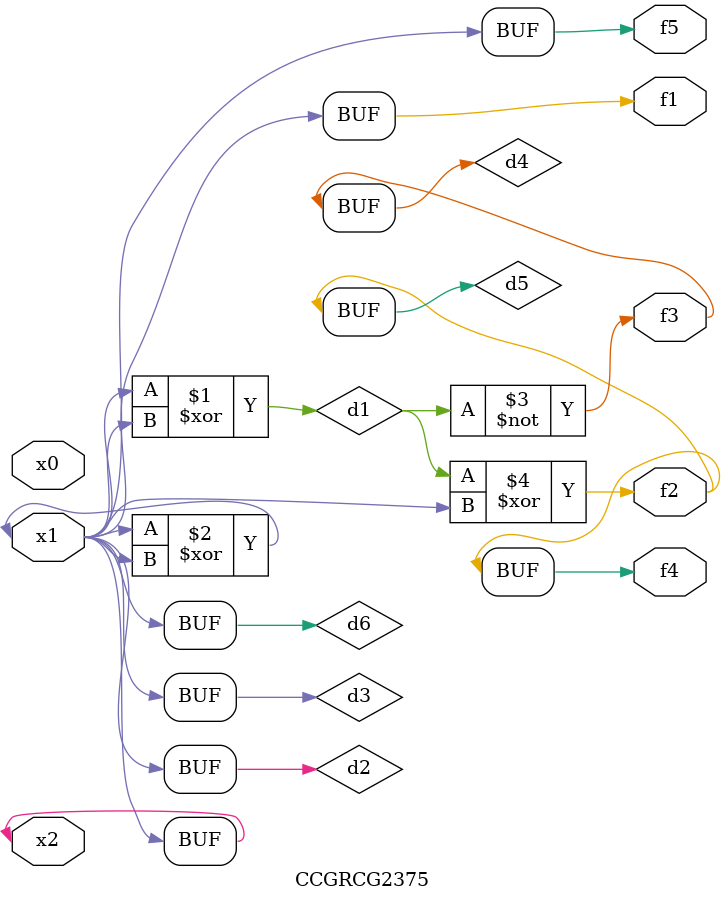
<source format=v>
module CCGRCG2375(
	input x0, x1, x2,
	output f1, f2, f3, f4, f5
);

	wire d1, d2, d3, d4, d5, d6;

	xor (d1, x1, x2);
	buf (d2, x1, x2);
	xor (d3, x1, x2);
	nor (d4, d1);
	xor (d5, d1, d2);
	buf (d6, d2, d3);
	assign f1 = d6;
	assign f2 = d5;
	assign f3 = d4;
	assign f4 = d5;
	assign f5 = d6;
endmodule

</source>
